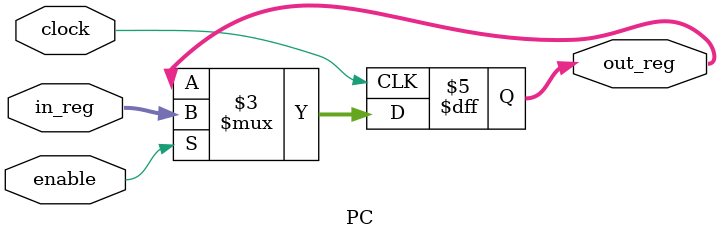
<source format=v>
module PC(clock, enable, in_reg, out_reg);
    input clock, enable;
    input   [31:0] in_reg;
    output reg [31:0] out_reg;

    always@(posedge clock)
            if(enable)
                out_reg = in_reg;
endmodule


</source>
